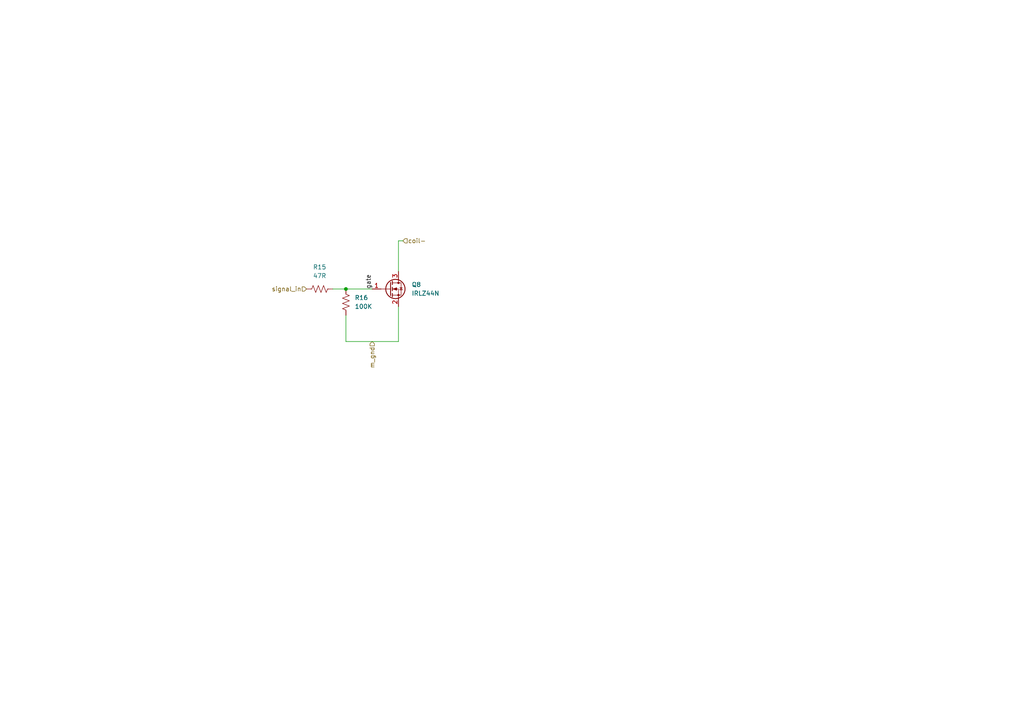
<source format=kicad_sch>
(kicad_sch
	(version 20250114)
	(generator "eeschema")
	(generator_version "9.0")
	(uuid "57fcd4e4-e03a-4da3-9068-5f076df4df21")
	(paper "A4")
	(lib_symbols
		(symbol "Device:R_US"
			(pin_numbers
				(hide yes)
			)
			(pin_names
				(offset 0)
			)
			(exclude_from_sim no)
			(in_bom yes)
			(on_board yes)
			(property "Reference" "R"
				(at 2.54 0 90)
				(effects
					(font
						(size 1.27 1.27)
					)
				)
			)
			(property "Value" "R_US"
				(at -2.54 0 90)
				(effects
					(font
						(size 1.27 1.27)
					)
				)
			)
			(property "Footprint" ""
				(at 1.016 -0.254 90)
				(effects
					(font
						(size 1.27 1.27)
					)
					(hide yes)
				)
			)
			(property "Datasheet" "~"
				(at 0 0 0)
				(effects
					(font
						(size 1.27 1.27)
					)
					(hide yes)
				)
			)
			(property "Description" "Resistor, US symbol"
				(at 0 0 0)
				(effects
					(font
						(size 1.27 1.27)
					)
					(hide yes)
				)
			)
			(property "ki_keywords" "R res resistor"
				(at 0 0 0)
				(effects
					(font
						(size 1.27 1.27)
					)
					(hide yes)
				)
			)
			(property "ki_fp_filters" "R_*"
				(at 0 0 0)
				(effects
					(font
						(size 1.27 1.27)
					)
					(hide yes)
				)
			)
			(symbol "R_US_0_1"
				(polyline
					(pts
						(xy 0 2.286) (xy 0 2.54)
					)
					(stroke
						(width 0)
						(type default)
					)
					(fill
						(type none)
					)
				)
				(polyline
					(pts
						(xy 0 2.286) (xy 1.016 1.905) (xy 0 1.524) (xy -1.016 1.143) (xy 0 0.762)
					)
					(stroke
						(width 0)
						(type default)
					)
					(fill
						(type none)
					)
				)
				(polyline
					(pts
						(xy 0 0.762) (xy 1.016 0.381) (xy 0 0) (xy -1.016 -0.381) (xy 0 -0.762)
					)
					(stroke
						(width 0)
						(type default)
					)
					(fill
						(type none)
					)
				)
				(polyline
					(pts
						(xy 0 -0.762) (xy 1.016 -1.143) (xy 0 -1.524) (xy -1.016 -1.905) (xy 0 -2.286)
					)
					(stroke
						(width 0)
						(type default)
					)
					(fill
						(type none)
					)
				)
				(polyline
					(pts
						(xy 0 -2.286) (xy 0 -2.54)
					)
					(stroke
						(width 0)
						(type default)
					)
					(fill
						(type none)
					)
				)
			)
			(symbol "R_US_1_1"
				(pin passive line
					(at 0 3.81 270)
					(length 1.27)
					(name "~"
						(effects
							(font
								(size 1.27 1.27)
							)
						)
					)
					(number "1"
						(effects
							(font
								(size 1.27 1.27)
							)
						)
					)
				)
				(pin passive line
					(at 0 -3.81 90)
					(length 1.27)
					(name "~"
						(effects
							(font
								(size 1.27 1.27)
							)
						)
					)
					(number "2"
						(effects
							(font
								(size 1.27 1.27)
							)
						)
					)
				)
			)
			(embedded_fonts no)
		)
		(symbol "Transistor_FET:AO3400A"
			(pin_names
				(offset 0)
				(hide yes)
			)
			(exclude_from_sim no)
			(in_bom yes)
			(on_board yes)
			(property "Reference" "Q"
				(at 5.08 1.905 0)
				(effects
					(font
						(size 1.27 1.27)
					)
					(justify left)
				)
			)
			(property "Value" "AO3400A"
				(at 5.08 0 0)
				(effects
					(font
						(size 1.27 1.27)
					)
					(justify left)
				)
			)
			(property "Footprint" "Package_TO_SOT_SMD:SOT-23"
				(at 5.08 -1.905 0)
				(effects
					(font
						(size 1.27 1.27)
						(italic yes)
					)
					(justify left)
					(hide yes)
				)
			)
			(property "Datasheet" "http://www.aosmd.com/pdfs/datasheet/AO3400A.pdf"
				(at 5.08 -3.81 0)
				(effects
					(font
						(size 1.27 1.27)
					)
					(justify left)
					(hide yes)
				)
			)
			(property "Description" "30V Vds, 5.7A Id, N-Channel MOSFET, SOT-23"
				(at 0 0 0)
				(effects
					(font
						(size 1.27 1.27)
					)
					(hide yes)
				)
			)
			(property "ki_keywords" "N-Channel MOSFET"
				(at 0 0 0)
				(effects
					(font
						(size 1.27 1.27)
					)
					(hide yes)
				)
			)
			(property "ki_fp_filters" "SOT?23*"
				(at 0 0 0)
				(effects
					(font
						(size 1.27 1.27)
					)
					(hide yes)
				)
			)
			(symbol "AO3400A_0_1"
				(polyline
					(pts
						(xy 0.254 1.905) (xy 0.254 -1.905)
					)
					(stroke
						(width 0.254)
						(type default)
					)
					(fill
						(type none)
					)
				)
				(polyline
					(pts
						(xy 0.254 0) (xy -2.54 0)
					)
					(stroke
						(width 0)
						(type default)
					)
					(fill
						(type none)
					)
				)
				(polyline
					(pts
						(xy 0.762 2.286) (xy 0.762 1.27)
					)
					(stroke
						(width 0.254)
						(type default)
					)
					(fill
						(type none)
					)
				)
				(polyline
					(pts
						(xy 0.762 0.508) (xy 0.762 -0.508)
					)
					(stroke
						(width 0.254)
						(type default)
					)
					(fill
						(type none)
					)
				)
				(polyline
					(pts
						(xy 0.762 -1.27) (xy 0.762 -2.286)
					)
					(stroke
						(width 0.254)
						(type default)
					)
					(fill
						(type none)
					)
				)
				(polyline
					(pts
						(xy 0.762 -1.778) (xy 3.302 -1.778) (xy 3.302 1.778) (xy 0.762 1.778)
					)
					(stroke
						(width 0)
						(type default)
					)
					(fill
						(type none)
					)
				)
				(polyline
					(pts
						(xy 1.016 0) (xy 2.032 0.381) (xy 2.032 -0.381) (xy 1.016 0)
					)
					(stroke
						(width 0)
						(type default)
					)
					(fill
						(type outline)
					)
				)
				(circle
					(center 1.651 0)
					(radius 2.794)
					(stroke
						(width 0.254)
						(type default)
					)
					(fill
						(type none)
					)
				)
				(polyline
					(pts
						(xy 2.54 2.54) (xy 2.54 1.778)
					)
					(stroke
						(width 0)
						(type default)
					)
					(fill
						(type none)
					)
				)
				(circle
					(center 2.54 1.778)
					(radius 0.254)
					(stroke
						(width 0)
						(type default)
					)
					(fill
						(type outline)
					)
				)
				(circle
					(center 2.54 -1.778)
					(radius 0.254)
					(stroke
						(width 0)
						(type default)
					)
					(fill
						(type outline)
					)
				)
				(polyline
					(pts
						(xy 2.54 -2.54) (xy 2.54 0) (xy 0.762 0)
					)
					(stroke
						(width 0)
						(type default)
					)
					(fill
						(type none)
					)
				)
				(polyline
					(pts
						(xy 2.921 0.381) (xy 3.683 0.381)
					)
					(stroke
						(width 0)
						(type default)
					)
					(fill
						(type none)
					)
				)
				(polyline
					(pts
						(xy 3.302 0.381) (xy 2.921 -0.254) (xy 3.683 -0.254) (xy 3.302 0.381)
					)
					(stroke
						(width 0)
						(type default)
					)
					(fill
						(type none)
					)
				)
			)
			(symbol "AO3400A_1_1"
				(pin input line
					(at -5.08 0 0)
					(length 2.54)
					(name "G"
						(effects
							(font
								(size 1.27 1.27)
							)
						)
					)
					(number "1"
						(effects
							(font
								(size 1.27 1.27)
							)
						)
					)
				)
				(pin passive line
					(at 2.54 5.08 270)
					(length 2.54)
					(name "D"
						(effects
							(font
								(size 1.27 1.27)
							)
						)
					)
					(number "3"
						(effects
							(font
								(size 1.27 1.27)
							)
						)
					)
				)
				(pin passive line
					(at 2.54 -5.08 90)
					(length 2.54)
					(name "S"
						(effects
							(font
								(size 1.27 1.27)
							)
						)
					)
					(number "2"
						(effects
							(font
								(size 1.27 1.27)
							)
						)
					)
				)
			)
			(embedded_fonts no)
		)
	)
	(junction
		(at 100.33 83.82)
		(diameter 0)
		(color 0 0 0 0)
		(uuid "39d22070-d0c8-41ed-8421-c6d0f11c5eb2")
	)
	(wire
		(pts
			(xy 115.57 69.85) (xy 116.84 69.85)
		)
		(stroke
			(width 0)
			(type default)
		)
		(uuid "2081934f-31bf-4f7a-ae15-875e4fae1daa")
	)
	(wire
		(pts
			(xy 96.52 83.82) (xy 100.33 83.82)
		)
		(stroke
			(width 0)
			(type default)
		)
		(uuid "2921c11f-7f46-4997-96ea-60ae0163a483")
	)
	(wire
		(pts
			(xy 115.57 88.9) (xy 115.57 99.06)
		)
		(stroke
			(width 0)
			(type default)
		)
		(uuid "363ea792-d7b8-40ca-aa1d-1269322ac92f")
	)
	(wire
		(pts
			(xy 115.57 78.74) (xy 115.57 69.85)
		)
		(stroke
			(width 0)
			(type default)
		)
		(uuid "5b23699d-337d-487e-84d8-f335be1ee7dc")
	)
	(wire
		(pts
			(xy 100.33 83.82) (xy 107.95 83.82)
		)
		(stroke
			(width 0)
			(type default)
		)
		(uuid "8bbfdeec-e472-4b97-8d77-61cef3d2eb5b")
	)
	(wire
		(pts
			(xy 100.33 99.06) (xy 115.57 99.06)
		)
		(stroke
			(width 0)
			(type default)
		)
		(uuid "af778189-ae7e-42a9-b6b0-d15cb1befd83")
	)
	(wire
		(pts
			(xy 100.33 91.44) (xy 100.33 99.06)
		)
		(stroke
			(width 0)
			(type default)
		)
		(uuid "ee8667c7-ec96-4931-a664-9dc0e1299727")
	)
	(label "gate"
		(at 107.95 83.82 90)
		(effects
			(font
				(size 1.27 1.27)
			)
			(justify left bottom)
		)
		(uuid "d66a5260-cdfd-4e67-8aa4-f4e3d919aea8")
	)
	(hierarchical_label "signal_in"
		(shape input)
		(at 88.9 83.82 180)
		(effects
			(font
				(size 1.27 1.27)
			)
			(justify right)
		)
		(uuid "21772e0b-33be-4341-880a-28f9dae1884a")
	)
	(hierarchical_label "coil-"
		(shape input)
		(at 116.84 69.85 0)
		(effects
			(font
				(size 1.27 1.27)
			)
			(justify left)
		)
		(uuid "5bcaef4d-3603-4f98-ab6f-2801af8aecb4")
	)
	(hierarchical_label "m_gnd"
		(shape input)
		(at 107.95 99.06 270)
		(effects
			(font
				(size 1.27 1.27)
			)
			(justify right)
		)
		(uuid "74f76629-c85c-47a7-b744-f66db93a4c0c")
	)
	(symbol
		(lib_id "Device:R_US")
		(at 100.33 87.63 0)
		(unit 1)
		(exclude_from_sim no)
		(in_bom yes)
		(on_board yes)
		(dnp no)
		(fields_autoplaced yes)
		(uuid "1e664b87-5d3e-4e9a-8218-e1cd8bb1b0c7")
		(property "Reference" "R2"
			(at 102.87 86.3599 0)
			(effects
				(font
					(size 1.27 1.27)
				)
				(justify left)
			)
		)
		(property "Value" "100K"
			(at 102.87 88.8999 0)
			(effects
				(font
					(size 1.27 1.27)
				)
				(justify left)
			)
		)
		(property "Footprint" "Resistor_THT:R_Axial_DIN0207_L6.3mm_D2.5mm_P7.62mm_Horizontal"
			(at 101.346 87.884 90)
			(effects
				(font
					(size 1.27 1.27)
				)
				(hide yes)
			)
		)
		(property "Datasheet" "~"
			(at 100.33 87.63 0)
			(effects
				(font
					(size 1.27 1.27)
				)
				(hide yes)
			)
		)
		(property "Description" "Resistor, US symbol"
			(at 100.33 87.63 0)
			(effects
				(font
					(size 1.27 1.27)
				)
				(hide yes)
			)
		)
		(pin "2"
			(uuid "72bd3018-d41e-4cde-9617-dd6b6fe58736")
		)
		(pin "1"
			(uuid "2f5ec01c-0014-4e78-9a2f-c316c03a358f")
		)
		(instances
			(project "OrganMosfetArrayChimes"
				(path "/c071c3dc-fcf2-4a9c-93d2-4680c1b7cb2f/31f75950-795d-40dc-bc33-6631f724321e/2757642a-9874-44c7-8a91-6dd5f3cebc45"
					(reference "R16")
					(unit 1)
				)
				(path "/c071c3dc-fcf2-4a9c-93d2-4680c1b7cb2f/31f75950-795d-40dc-bc33-6631f724321e/2df45482-3a6a-4105-a4e0-7cfb289f4e5e"
					(reference "R28")
					(unit 1)
				)
				(path "/c071c3dc-fcf2-4a9c-93d2-4680c1b7cb2f/31f75950-795d-40dc-bc33-6631f724321e/34acf12b-64f9-4830-aa39-17b8417eae0f"
					(reference "R24")
					(unit 1)
				)
				(path "/c071c3dc-fcf2-4a9c-93d2-4680c1b7cb2f/31f75950-795d-40dc-bc33-6631f724321e/4108d403-570b-4072-ac08-e659d9ddcc7e"
					(reference "R20")
					(unit 1)
				)
				(path "/c071c3dc-fcf2-4a9c-93d2-4680c1b7cb2f/31f75950-795d-40dc-bc33-6631f724321e/55bec648-47f0-4c25-9685-db7c048028a6"
					(reference "R26")
					(unit 1)
				)
				(path "/c071c3dc-fcf2-4a9c-93d2-4680c1b7cb2f/31f75950-795d-40dc-bc33-6631f724321e/71239b42-179d-46b4-a801-a021e56162c0"
					(reference "R22")
					(unit 1)
				)
				(path "/c071c3dc-fcf2-4a9c-93d2-4680c1b7cb2f/31f75950-795d-40dc-bc33-6631f724321e/8f80ddd8-ec64-4254-a0be-6525ccba39bb"
					(reference "R18")
					(unit 1)
				)
				(path "/c071c3dc-fcf2-4a9c-93d2-4680c1b7cb2f/e22a4441-0d33-4f2f-83cb-9fe00a47eee4/2757642a-9874-44c7-8a91-6dd5f3cebc45"
					(reference "R30")
					(unit 1)
				)
				(path "/c071c3dc-fcf2-4a9c-93d2-4680c1b7cb2f/e22a4441-0d33-4f2f-83cb-9fe00a47eee4/2df45482-3a6a-4105-a4e0-7cfb289f4e5e"
					(reference "R42")
					(unit 1)
				)
				(path "/c071c3dc-fcf2-4a9c-93d2-4680c1b7cb2f/e22a4441-0d33-4f2f-83cb-9fe00a47eee4/34acf12b-64f9-4830-aa39-17b8417eae0f"
					(reference "R38")
					(unit 1)
				)
				(path "/c071c3dc-fcf2-4a9c-93d2-4680c1b7cb2f/e22a4441-0d33-4f2f-83cb-9fe00a47eee4/4108d403-570b-4072-ac08-e659d9ddcc7e"
					(reference "R34")
					(unit 1)
				)
				(path "/c071c3dc-fcf2-4a9c-93d2-4680c1b7cb2f/e22a4441-0d33-4f2f-83cb-9fe00a47eee4/55bec648-47f0-4c25-9685-db7c048028a6"
					(reference "R40")
					(unit 1)
				)
				(path "/c071c3dc-fcf2-4a9c-93d2-4680c1b7cb2f/e22a4441-0d33-4f2f-83cb-9fe00a47eee4/71239b42-179d-46b4-a801-a021e56162c0"
					(reference "R36")
					(unit 1)
				)
				(path "/c071c3dc-fcf2-4a9c-93d2-4680c1b7cb2f/e22a4441-0d33-4f2f-83cb-9fe00a47eee4/8f80ddd8-ec64-4254-a0be-6525ccba39bb"
					(reference "R32")
					(unit 1)
				)
				(path "/c071c3dc-fcf2-4a9c-93d2-4680c1b7cb2f/f64a8887-2d1c-460e-83fc-b11b584f1002/2757642a-9874-44c7-8a91-6dd5f3cebc45"
					(reference "R8")
					(unit 1)
				)
				(path "/c071c3dc-fcf2-4a9c-93d2-4680c1b7cb2f/f64a8887-2d1c-460e-83fc-b11b584f1002/2df45482-3a6a-4105-a4e0-7cfb289f4e5e"
					(reference "R14")
					(unit 1)
				)
				(path "/c071c3dc-fcf2-4a9c-93d2-4680c1b7cb2f/f64a8887-2d1c-460e-83fc-b11b584f1002/34acf12b-64f9-4830-aa39-17b8417eae0f"
					(reference "R10")
					(unit 1)
				)
				(path "/c071c3dc-fcf2-4a9c-93d2-4680c1b7cb2f/f64a8887-2d1c-460e-83fc-b11b584f1002/4108d403-570b-4072-ac08-e659d9ddcc7e"
					(reference "R4")
					(unit 1)
				)
				(path "/c071c3dc-fcf2-4a9c-93d2-4680c1b7cb2f/f64a8887-2d1c-460e-83fc-b11b584f1002/55bec648-47f0-4c25-9685-db7c048028a6"
					(reference "R12")
					(unit 1)
				)
				(path "/c071c3dc-fcf2-4a9c-93d2-4680c1b7cb2f/f64a8887-2d1c-460e-83fc-b11b584f1002/71239b42-179d-46b4-a801-a021e56162c0"
					(reference "R2")
					(unit 1)
				)
				(path "/c071c3dc-fcf2-4a9c-93d2-4680c1b7cb2f/f64a8887-2d1c-460e-83fc-b11b584f1002/8f80ddd8-ec64-4254-a0be-6525ccba39bb"
					(reference "R6")
					(unit 1)
				)
			)
		)
	)
	(symbol
		(lib_id "Device:R_US")
		(at 92.71 83.82 90)
		(unit 1)
		(exclude_from_sim no)
		(in_bom yes)
		(on_board yes)
		(dnp no)
		(fields_autoplaced yes)
		(uuid "49c6d188-dfb1-4e6f-a11d-7f33c2a7f28c")
		(property "Reference" "R1"
			(at 92.71 77.47 90)
			(effects
				(font
					(size 1.27 1.27)
				)
			)
		)
		(property "Value" "47R"
			(at 92.71 80.01 90)
			(effects
				(font
					(size 1.27 1.27)
				)
			)
		)
		(property "Footprint" "Resistor_THT:R_Axial_DIN0207_L6.3mm_D2.5mm_P7.62mm_Horizontal"
			(at 92.964 82.804 90)
			(effects
				(font
					(size 1.27 1.27)
				)
				(hide yes)
			)
		)
		(property "Datasheet" "~"
			(at 92.71 83.82 0)
			(effects
				(font
					(size 1.27 1.27)
				)
				(hide yes)
			)
		)
		(property "Description" "Resistor, US symbol"
			(at 92.71 83.82 0)
			(effects
				(font
					(size 1.27 1.27)
				)
				(hide yes)
			)
		)
		(pin "2"
			(uuid "ff57ff6c-ea43-4a81-8d7c-46ca69aac36c")
		)
		(pin "1"
			(uuid "fcc081fb-0c7e-4b73-82fd-96f9760aefff")
		)
		(instances
			(project "OrganMosfetArrayChimes"
				(path "/c071c3dc-fcf2-4a9c-93d2-4680c1b7cb2f/31f75950-795d-40dc-bc33-6631f724321e/2757642a-9874-44c7-8a91-6dd5f3cebc45"
					(reference "R15")
					(unit 1)
				)
				(path "/c071c3dc-fcf2-4a9c-93d2-4680c1b7cb2f/31f75950-795d-40dc-bc33-6631f724321e/2df45482-3a6a-4105-a4e0-7cfb289f4e5e"
					(reference "R27")
					(unit 1)
				)
				(path "/c071c3dc-fcf2-4a9c-93d2-4680c1b7cb2f/31f75950-795d-40dc-bc33-6631f724321e/34acf12b-64f9-4830-aa39-17b8417eae0f"
					(reference "R23")
					(unit 1)
				)
				(path "/c071c3dc-fcf2-4a9c-93d2-4680c1b7cb2f/31f75950-795d-40dc-bc33-6631f724321e/4108d403-570b-4072-ac08-e659d9ddcc7e"
					(reference "R19")
					(unit 1)
				)
				(path "/c071c3dc-fcf2-4a9c-93d2-4680c1b7cb2f/31f75950-795d-40dc-bc33-6631f724321e/55bec648-47f0-4c25-9685-db7c048028a6"
					(reference "R25")
					(unit 1)
				)
				(path "/c071c3dc-fcf2-4a9c-93d2-4680c1b7cb2f/31f75950-795d-40dc-bc33-6631f724321e/71239b42-179d-46b4-a801-a021e56162c0"
					(reference "R21")
					(unit 1)
				)
				(path "/c071c3dc-fcf2-4a9c-93d2-4680c1b7cb2f/31f75950-795d-40dc-bc33-6631f724321e/8f80ddd8-ec64-4254-a0be-6525ccba39bb"
					(reference "R17")
					(unit 1)
				)
				(path "/c071c3dc-fcf2-4a9c-93d2-4680c1b7cb2f/e22a4441-0d33-4f2f-83cb-9fe00a47eee4/2757642a-9874-44c7-8a91-6dd5f3cebc45"
					(reference "R29")
					(unit 1)
				)
				(path "/c071c3dc-fcf2-4a9c-93d2-4680c1b7cb2f/e22a4441-0d33-4f2f-83cb-9fe00a47eee4/2df45482-3a6a-4105-a4e0-7cfb289f4e5e"
					(reference "R41")
					(unit 1)
				)
				(path "/c071c3dc-fcf2-4a9c-93d2-4680c1b7cb2f/e22a4441-0d33-4f2f-83cb-9fe00a47eee4/34acf12b-64f9-4830-aa39-17b8417eae0f"
					(reference "R37")
					(unit 1)
				)
				(path "/c071c3dc-fcf2-4a9c-93d2-4680c1b7cb2f/e22a4441-0d33-4f2f-83cb-9fe00a47eee4/4108d403-570b-4072-ac08-e659d9ddcc7e"
					(reference "R33")
					(unit 1)
				)
				(path "/c071c3dc-fcf2-4a9c-93d2-4680c1b7cb2f/e22a4441-0d33-4f2f-83cb-9fe00a47eee4/55bec648-47f0-4c25-9685-db7c048028a6"
					(reference "R39")
					(unit 1)
				)
				(path "/c071c3dc-fcf2-4a9c-93d2-4680c1b7cb2f/e22a4441-0d33-4f2f-83cb-9fe00a47eee4/71239b42-179d-46b4-a801-a021e56162c0"
					(reference "R35")
					(unit 1)
				)
				(path "/c071c3dc-fcf2-4a9c-93d2-4680c1b7cb2f/e22a4441-0d33-4f2f-83cb-9fe00a47eee4/8f80ddd8-ec64-4254-a0be-6525ccba39bb"
					(reference "R31")
					(unit 1)
				)
				(path "/c071c3dc-fcf2-4a9c-93d2-4680c1b7cb2f/f64a8887-2d1c-460e-83fc-b11b584f1002/2757642a-9874-44c7-8a91-6dd5f3cebc45"
					(reference "R7")
					(unit 1)
				)
				(path "/c071c3dc-fcf2-4a9c-93d2-4680c1b7cb2f/f64a8887-2d1c-460e-83fc-b11b584f1002/2df45482-3a6a-4105-a4e0-7cfb289f4e5e"
					(reference "R13")
					(unit 1)
				)
				(path "/c071c3dc-fcf2-4a9c-93d2-4680c1b7cb2f/f64a8887-2d1c-460e-83fc-b11b584f1002/34acf12b-64f9-4830-aa39-17b8417eae0f"
					(reference "R9")
					(unit 1)
				)
				(path "/c071c3dc-fcf2-4a9c-93d2-4680c1b7cb2f/f64a8887-2d1c-460e-83fc-b11b584f1002/4108d403-570b-4072-ac08-e659d9ddcc7e"
					(reference "R3")
					(unit 1)
				)
				(path "/c071c3dc-fcf2-4a9c-93d2-4680c1b7cb2f/f64a8887-2d1c-460e-83fc-b11b584f1002/55bec648-47f0-4c25-9685-db7c048028a6"
					(reference "R11")
					(unit 1)
				)
				(path "/c071c3dc-fcf2-4a9c-93d2-4680c1b7cb2f/f64a8887-2d1c-460e-83fc-b11b584f1002/71239b42-179d-46b4-a801-a021e56162c0"
					(reference "R1")
					(unit 1)
				)
				(path "/c071c3dc-fcf2-4a9c-93d2-4680c1b7cb2f/f64a8887-2d1c-460e-83fc-b11b584f1002/8f80ddd8-ec64-4254-a0be-6525ccba39bb"
					(reference "R5")
					(unit 1)
				)
			)
		)
	)
	(symbol
		(lib_id "Transistor_FET:AO3400A")
		(at 113.03 83.82 0)
		(unit 1)
		(exclude_from_sim no)
		(in_bom yes)
		(on_board yes)
		(dnp no)
		(fields_autoplaced yes)
		(uuid "e6026486-e4d7-40af-b46e-1abc4aa3cfd0")
		(property "Reference" "Q1"
			(at 119.38 82.5499 0)
			(effects
				(font
					(size 1.27 1.27)
				)
				(justify left)
			)
		)
		(property "Value" "IRLZ44N"
			(at 119.38 85.0899 0)
			(effects
				(font
					(size 1.27 1.27)
				)
				(justify left)
			)
		)
		(property "Footprint" "Package_TO_SOT_THT:TO-220-3_Vertical"
			(at 118.11 85.725 0)
			(effects
				(font
					(size 1.27 1.27)
					(italic yes)
				)
				(justify left)
				(hide yes)
			)
		)
		(property "Datasheet" "http://www.aosmd.com/pdfs/datasheet/AO3400A.pdf"
			(at 118.11 87.63 0)
			(effects
				(font
					(size 1.27 1.27)
				)
				(justify left)
				(hide yes)
			)
		)
		(property "Description" "30V Vds, 5.7A Id, N-Channel MOSFET, SOT-23"
			(at 113.03 83.82 0)
			(effects
				(font
					(size 1.27 1.27)
				)
				(hide yes)
			)
		)
		(pin "2"
			(uuid "84bceee4-3cd1-43f2-a3a8-b132cd8f028f")
		)
		(pin "3"
			(uuid "b7b06add-5afe-41eb-96ea-5fbde0c8255d")
		)
		(pin "1"
			(uuid "83907de3-ca37-484c-85b3-a515697a0cd4")
		)
		(instances
			(project "OrganMosfetArrayChimes"
				(path "/c071c3dc-fcf2-4a9c-93d2-4680c1b7cb2f/31f75950-795d-40dc-bc33-6631f724321e/2757642a-9874-44c7-8a91-6dd5f3cebc45"
					(reference "Q8")
					(unit 1)
				)
				(path "/c071c3dc-fcf2-4a9c-93d2-4680c1b7cb2f/31f75950-795d-40dc-bc33-6631f724321e/2df45482-3a6a-4105-a4e0-7cfb289f4e5e"
					(reference "Q14")
					(unit 1)
				)
				(path "/c071c3dc-fcf2-4a9c-93d2-4680c1b7cb2f/31f75950-795d-40dc-bc33-6631f724321e/34acf12b-64f9-4830-aa39-17b8417eae0f"
					(reference "Q12")
					(unit 1)
				)
				(path "/c071c3dc-fcf2-4a9c-93d2-4680c1b7cb2f/31f75950-795d-40dc-bc33-6631f724321e/4108d403-570b-4072-ac08-e659d9ddcc7e"
					(reference "Q10")
					(unit 1)
				)
				(path "/c071c3dc-fcf2-4a9c-93d2-4680c1b7cb2f/31f75950-795d-40dc-bc33-6631f724321e/55bec648-47f0-4c25-9685-db7c048028a6"
					(reference "Q13")
					(unit 1)
				)
				(path "/c071c3dc-fcf2-4a9c-93d2-4680c1b7cb2f/31f75950-795d-40dc-bc33-6631f724321e/71239b42-179d-46b4-a801-a021e56162c0"
					(reference "Q11")
					(unit 1)
				)
				(path "/c071c3dc-fcf2-4a9c-93d2-4680c1b7cb2f/31f75950-795d-40dc-bc33-6631f724321e/8f80ddd8-ec64-4254-a0be-6525ccba39bb"
					(reference "Q9")
					(unit 1)
				)
				(path "/c071c3dc-fcf2-4a9c-93d2-4680c1b7cb2f/e22a4441-0d33-4f2f-83cb-9fe00a47eee4/2757642a-9874-44c7-8a91-6dd5f3cebc45"
					(reference "Q15")
					(unit 1)
				)
				(path "/c071c3dc-fcf2-4a9c-93d2-4680c1b7cb2f/e22a4441-0d33-4f2f-83cb-9fe00a47eee4/2df45482-3a6a-4105-a4e0-7cfb289f4e5e"
					(reference "Q21")
					(unit 1)
				)
				(path "/c071c3dc-fcf2-4a9c-93d2-4680c1b7cb2f/e22a4441-0d33-4f2f-83cb-9fe00a47eee4/34acf12b-64f9-4830-aa39-17b8417eae0f"
					(reference "Q19")
					(unit 1)
				)
				(path "/c071c3dc-fcf2-4a9c-93d2-4680c1b7cb2f/e22a4441-0d33-4f2f-83cb-9fe00a47eee4/4108d403-570b-4072-ac08-e659d9ddcc7e"
					(reference "Q17")
					(unit 1)
				)
				(path "/c071c3dc-fcf2-4a9c-93d2-4680c1b7cb2f/e22a4441-0d33-4f2f-83cb-9fe00a47eee4/55bec648-47f0-4c25-9685-db7c048028a6"
					(reference "Q20")
					(unit 1)
				)
				(path "/c071c3dc-fcf2-4a9c-93d2-4680c1b7cb2f/e22a4441-0d33-4f2f-83cb-9fe00a47eee4/71239b42-179d-46b4-a801-a021e56162c0"
					(reference "Q18")
					(unit 1)
				)
				(path "/c071c3dc-fcf2-4a9c-93d2-4680c1b7cb2f/e22a4441-0d33-4f2f-83cb-9fe00a47eee4/8f80ddd8-ec64-4254-a0be-6525ccba39bb"
					(reference "Q16")
					(unit 1)
				)
				(path "/c071c3dc-fcf2-4a9c-93d2-4680c1b7cb2f/f64a8887-2d1c-460e-83fc-b11b584f1002/2757642a-9874-44c7-8a91-6dd5f3cebc45"
					(reference "Q4")
					(unit 1)
				)
				(path "/c071c3dc-fcf2-4a9c-93d2-4680c1b7cb2f/f64a8887-2d1c-460e-83fc-b11b584f1002/2df45482-3a6a-4105-a4e0-7cfb289f4e5e"
					(reference "Q7")
					(unit 1)
				)
				(path "/c071c3dc-fcf2-4a9c-93d2-4680c1b7cb2f/f64a8887-2d1c-460e-83fc-b11b584f1002/34acf12b-64f9-4830-aa39-17b8417eae0f"
					(reference "Q5")
					(unit 1)
				)
				(path "/c071c3dc-fcf2-4a9c-93d2-4680c1b7cb2f/f64a8887-2d1c-460e-83fc-b11b584f1002/4108d403-570b-4072-ac08-e659d9ddcc7e"
					(reference "Q2")
					(unit 1)
				)
				(path "/c071c3dc-fcf2-4a9c-93d2-4680c1b7cb2f/f64a8887-2d1c-460e-83fc-b11b584f1002/55bec648-47f0-4c25-9685-db7c048028a6"
					(reference "Q6")
					(unit 1)
				)
				(path "/c071c3dc-fcf2-4a9c-93d2-4680c1b7cb2f/f64a8887-2d1c-460e-83fc-b11b584f1002/71239b42-179d-46b4-a801-a021e56162c0"
					(reference "Q1")
					(unit 1)
				)
				(path "/c071c3dc-fcf2-4a9c-93d2-4680c1b7cb2f/f64a8887-2d1c-460e-83fc-b11b584f1002/8f80ddd8-ec64-4254-a0be-6525ccba39bb"
					(reference "Q3")
					(unit 1)
				)
			)
		)
	)
)

</source>
